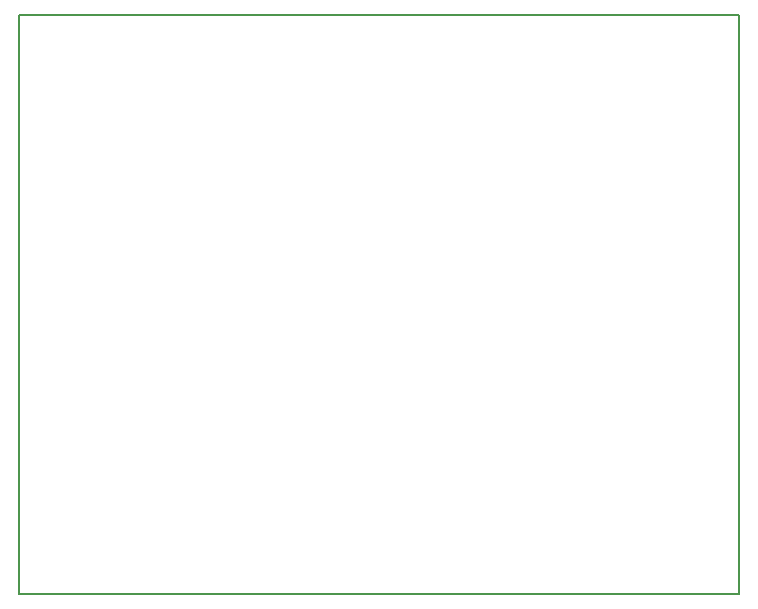
<source format=gbr>
G04 #@! TF.GenerationSoftware,KiCad,Pcbnew,5.0.2-bee76a0~70~ubuntu18.10.1*
G04 #@! TF.CreationDate,2019-01-18T18:06:10-06:00*
G04 #@! TF.ProjectId,Demo,44656d6f-2e6b-4696-9361-645f70636258,rev?*
G04 #@! TF.SameCoordinates,PXaf79e00PY7cee6c0*
G04 #@! TF.FileFunction,Profile,NP*
%FSLAX46Y46*%
G04 Gerber Fmt 4.6, Leading zero omitted, Abs format (unit mm)*
G04 Created by KiCad (PCBNEW 5.0.2-bee76a0~70~ubuntu18.10.1) date Fri 18 Jan 2019 06:06:10 PM CST*
%MOMM*%
%LPD*%
G01*
G04 APERTURE LIST*
%ADD10C,0.150000*%
G04 APERTURE END LIST*
D10*
X-61000000Y0D02*
X0Y0D01*
X-61000000Y49000000D02*
X-61000000Y0D01*
X0Y49000000D02*
X-61000000Y49000000D01*
X0Y0D02*
X0Y49000000D01*
M02*

</source>
